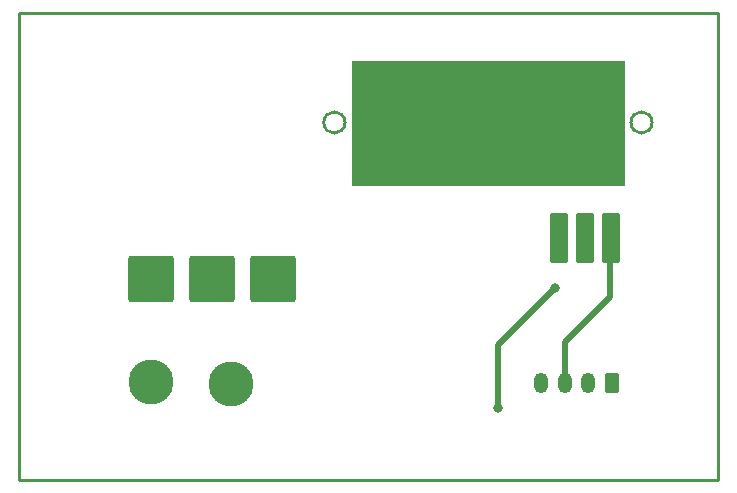
<source format=gbr>
G04 #@! TF.GenerationSoftware,KiCad,Pcbnew,(6.0.0)*
G04 #@! TF.CreationDate,2023-04-26T16:34:12+03:00*
G04 #@! TF.ProjectId,AccLoad,4163634c-6f61-4642-9e6b-696361645f70,rev?*
G04 #@! TF.SameCoordinates,Original*
G04 #@! TF.FileFunction,Copper,L2,Bot*
G04 #@! TF.FilePolarity,Positive*
%FSLAX46Y46*%
G04 Gerber Fmt 4.6, Leading zero omitted, Abs format (unit mm)*
G04 Created by KiCad (PCBNEW (6.0.0)) date 2023-04-26 16:34:12*
%MOMM*%
%LPD*%
G01*
G04 APERTURE LIST*
G04 Aperture macros list*
%AMRoundRect*
0 Rectangle with rounded corners*
0 $1 Rounding radius*
0 $2 $3 $4 $5 $6 $7 $8 $9 X,Y pos of 4 corners*
0 Add a 4 corners polygon primitive as box body*
4,1,4,$2,$3,$4,$5,$6,$7,$8,$9,$2,$3,0*
0 Add four circle primitives for the rounded corners*
1,1,$1+$1,$2,$3*
1,1,$1+$1,$4,$5*
1,1,$1+$1,$6,$7*
1,1,$1+$1,$8,$9*
0 Add four rect primitives between the rounded corners*
20,1,$1+$1,$2,$3,$4,$5,0*
20,1,$1+$1,$4,$5,$6,$7,0*
20,1,$1+$1,$6,$7,$8,$9,0*
20,1,$1+$1,$8,$9,$2,$3,0*%
G04 Aperture macros list end*
G04 #@! TA.AperFunction,NonConductor*
%ADD10C,0.250000*%
G04 #@! TD*
G04 #@! TA.AperFunction,Profile*
%ADD11C,0.250000*%
G04 #@! TD*
G04 #@! TA.AperFunction,Profile*
%ADD12C,0.100000*%
G04 #@! TD*
G04 #@! TA.AperFunction,SMDPad,CuDef*
%ADD13C,1.000000*%
G04 #@! TD*
G04 #@! TA.AperFunction,ComponentPad*
%ADD14RoundRect,0.250002X-1.699998X-1.699998X1.699998X-1.699998X1.699998X1.699998X-1.699998X1.699998X0*%
G04 #@! TD*
G04 #@! TA.AperFunction,ConnectorPad*
%ADD15C,3.800000*%
G04 #@! TD*
G04 #@! TA.AperFunction,ComponentPad*
%ADD16C,2.600000*%
G04 #@! TD*
G04 #@! TA.AperFunction,ComponentPad*
%ADD17RoundRect,0.250000X0.350000X0.625000X-0.350000X0.625000X-0.350000X-0.625000X0.350000X-0.625000X0*%
G04 #@! TD*
G04 #@! TA.AperFunction,ComponentPad*
%ADD18O,1.200000X1.750000*%
G04 #@! TD*
G04 #@! TA.AperFunction,ViaPad*
%ADD19C,0.800000*%
G04 #@! TD*
G04 #@! TA.AperFunction,Conductor*
%ADD20C,0.500000*%
G04 #@! TD*
G04 APERTURE END LIST*
D10*
X154157000Y-84942000D02*
X155457000Y-84942000D01*
X155457000Y-84942000D02*
X155457000Y-88942000D01*
X155457000Y-88942000D02*
X154157000Y-88942000D01*
X154157000Y-88942000D02*
X154157000Y-84942000D01*
G36*
X155457000Y-88942000D02*
G01*
X154157000Y-88942000D01*
X154157000Y-84942000D01*
X155457000Y-84942000D01*
X155457000Y-88942000D01*
G37*
X155457000Y-88942000D02*
X154157000Y-88942000D01*
X154157000Y-84942000D01*
X155457000Y-84942000D01*
X155457000Y-88942000D01*
X153257000Y-88942000D02*
X151957000Y-88942000D01*
X151957000Y-88942000D02*
X151957000Y-84942000D01*
X151957000Y-84942000D02*
X153257000Y-84942000D01*
X153257000Y-84942000D02*
X153257000Y-88942000D01*
G36*
X153257000Y-88942000D02*
G01*
X151957000Y-88942000D01*
X151957000Y-84942000D01*
X153257000Y-84942000D01*
X153257000Y-88942000D01*
G37*
X153257000Y-88942000D02*
X151957000Y-88942000D01*
X151957000Y-84942000D01*
X153257000Y-84942000D01*
X153257000Y-88942000D01*
X151057000Y-84942000D02*
X151057000Y-88942000D01*
X151057000Y-88942000D02*
X149757000Y-88942000D01*
X149757000Y-88942000D02*
X149757000Y-84942000D01*
X149757000Y-84942000D02*
X151057000Y-84942000D01*
G36*
X151057000Y-88942000D02*
G01*
X149757000Y-88942000D01*
X149757000Y-84942000D01*
X151057000Y-84942000D01*
X151057000Y-88942000D01*
G37*
X151057000Y-88942000D02*
X149757000Y-88942000D01*
X149757000Y-84942000D01*
X151057000Y-84942000D01*
X151057000Y-88942000D01*
D11*
X163957000Y-107442000D02*
X163957000Y-67942000D01*
X158357000Y-77192000D02*
G75*
G03*
X158357000Y-77192000I-900000J0D01*
G01*
X163957000Y-67942000D02*
X104757000Y-67942000D01*
X132357000Y-77192000D02*
G75*
G03*
X132357000Y-77192000I-900000J0D01*
G01*
X104757000Y-67942000D02*
X104757000Y-107442000D01*
X104757000Y-107442000D02*
X163957000Y-107442000D01*
D12*
X132958601Y-71943907D02*
X155955736Y-71943907D01*
X155955736Y-71943907D02*
X155955736Y-82447233D01*
X155955736Y-82447233D02*
X132958601Y-82447233D01*
X132958601Y-82447233D02*
X132958601Y-71943907D01*
G36*
X132958601Y-71943907D02*
G01*
X155955736Y-71943907D01*
X155955736Y-82447233D01*
X132958601Y-82447233D01*
X132958601Y-71943907D01*
G37*
D13*
X152636000Y-86865000D03*
D14*
X115967010Y-90445548D03*
D15*
X122664000Y-99311000D03*
D16*
X122664000Y-99311000D03*
D17*
X154956102Y-99242699D03*
D18*
X152956102Y-99242699D03*
X150956102Y-99242699D03*
X148956102Y-99242699D03*
D16*
X115933000Y-99184000D03*
D15*
X115933000Y-99184000D03*
D14*
X121134109Y-90437019D03*
D13*
X154795000Y-86992000D03*
D14*
X126257189Y-90445044D03*
D19*
X152636000Y-85595000D03*
X145270000Y-101343000D03*
X150096000Y-91183000D03*
D20*
X154795000Y-91945000D02*
X150956102Y-95783898D01*
X154795000Y-86992000D02*
X154795000Y-91945000D01*
X150956102Y-95783898D02*
X150956102Y-99242699D01*
X152636000Y-86865000D02*
X152636000Y-85595000D01*
X150096000Y-91183000D02*
X145270000Y-96009000D01*
X145270000Y-96009000D02*
X145270000Y-101343000D01*
M02*

</source>
